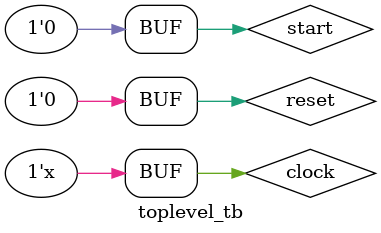
<source format=v>

module topLevel(
 input CLOCK, RESET, startSig,
 output [1:0] nextAction,
 output finishedLearning
);
//Rewards
 parameter signed [15:0] rw0 = 16'sh0000; //ZERO
 parameter signed [15:0] rw1 = 16'shFB00; //-5  = 1111 1011.0000 0000
 parameter signed [15:0] rw2 = 16'shF600; //-10 = 1110 0111.0000 0000 
 parameter signed [15:0] rw3 = 16'sh0A00; // 10 = 0000 1010.0000 0000

//Alfa and Gamma
 parameter signed [23:0] alfa =  24'sh010000; //0.100 = 0,5
 parameter signed [23:0] gamma = 24'sh010203; //0.111 = 0,875

//Register for delaying inputs 1 clock cycle
 reg [1:0] currentAction;
 reg [7:0] currentState;

//Wires
 wire stateReset ,stateSelect;
 wire [7:0] nextState;
 wire [9:0] randomValue;
 wire signed [15:0] currentReward;
 wire signed [15:0] row0, row1, row2, row3; // For passing to outputs
 
//PORTMAPPING START========================================================
 maze_display_tb_2 disp(
  .state(currentState)
 );
 
 qLearningAccel_16bit qla(
  .clk(CLOCK),
  .stateRst(stateReset),
  .rst(RESET),
  .st(currentState), //Current State
  .nxtst(nextState), //Next State
  .act(nextAction), //Current Action
  .rt(currentReward),
  .alfa(alfa), 
  .gamma(gamma),
  .qRow0(row0), .qRow1(row1), .qRow2(row2), .qRow3(row3)
 );

 policyGenerator_16bit pg(
  .clk(CLOCK),
  .stateRstIn(stateReset), //From CU
  .stateSelectIn(stateSelect), //From CU
  .currentStateIn(currentState),
  .qAct0(row0), .qAct1(row1), .qAct2(row2), .qAct3(row3), //From QUpdater
  .nextActionOut(nextAction),
  .randValueOut(randomValue),
  .nxtStateOut(nextState)
 );

 controlUnit32bit cu(
  .clk (CLOCK),
  .rst(RESET),
  .startFlag(startSig),
  .randomValueIn(randomValue),
  .posResetOut(stateReset),
  .actSelectOut(stateSelect),
  .finishFlag(finishedLearning)
 );
 
 rewardModule_16bit reward(
  .clk(CLOCK),
  .stateRstIn(stateReset),
  .currentStateIn(currentState),
  .nextStateIn(nextState),
  .rw0(rw0), .rw1(rw1), .rw2(rw2), .rw3(rw3),
  .currentRewardOut(currentReward)
 );
//=========================================================================
 
//Delay Operations
 always @(posedge CLOCK)
 begin
  currentAction <= nextAction;
  currentState <= nextState;
 end
 
 //Display Change in currentState to terminal
 always @(currentState)
 begin
   $monitor("state : %d\n",currentState);
 end
endmodule

//TESTBENCH FOR THE MODULE
module toplevel_tb();
 reg clock, reset, start;
 wire [1:0] nextAct;
 wire finished;

 topLevel DUT(
  .CLOCK(clock),
  .RESET(reset),
  .startSig(start),
  .nextAction(nextAct),
  .finishedLearning(finished)
 );

 initial begin
  clock = 1'b1;
  reset = 1'b1;
  start = 1'b0;
  #10
  reset = 1'b0;
  #2
  start = 1'b1;
  #2
  start = 1'b0;
 end

//clock generator
 always begin
  #1 clock = ~clock;
 end
endmodule

</source>
